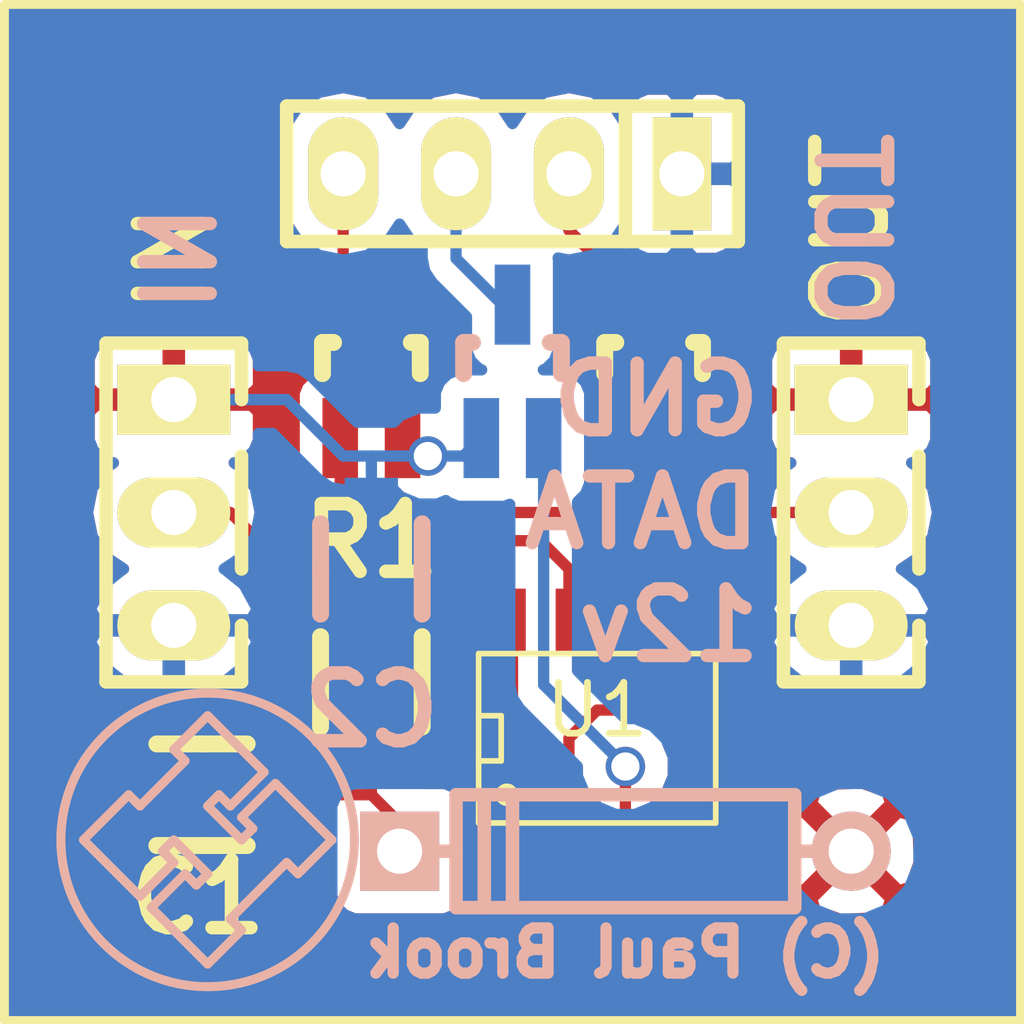
<source format=kicad_pcb>
(kicad_pcb (version 3) (host pcbnew "(22-Jun-2014 BZR 4027)-stable")

  (general
    (links 23)
    (no_connects 0)
    (area 21.098934 25.299999 48.360001 50.4444)
    (thickness 1.6)
    (drawings 12)
    (tracks 53)
    (zones 0)
    (modules 12)
    (nets 12)
  )

  (page A3)
  (layers
    (15 F.Cu signal)
    (0 B.Cu signal)
    (16 B.Adhes user)
    (17 F.Adhes user)
    (18 B.Paste user)
    (19 F.Paste user)
    (20 B.SilkS user)
    (21 F.SilkS user)
    (22 B.Mask user)
    (23 F.Mask user)
    (24 Dwgs.User user)
    (25 Cmts.User user)
    (26 Eco1.User user)
    (27 Eco2.User user)
    (28 Edge.Cuts user)
  )

  (setup
    (last_trace_width 0.254)
    (trace_clearance 0.254)
    (zone_clearance 0.508)
    (zone_45_only yes)
    (trace_min 0.254)
    (segment_width 0.2)
    (edge_width 0.1)
    (via_size 0.889)
    (via_drill 0.635)
    (via_min_size 0.889)
    (via_min_drill 0.508)
    (uvia_size 0.508)
    (uvia_drill 0.127)
    (uvias_allowed no)
    (uvia_min_size 0.508)
    (uvia_min_drill 0.127)
    (pcb_text_width 0.3)
    (pcb_text_size 1.5 1.5)
    (mod_edge_width 0.15)
    (mod_text_size 1 1)
    (mod_text_width 0.15)
    (pad_size 0.8001 1.80086)
    (pad_drill 0)
    (pad_to_mask_clearance 0)
    (aux_axis_origin 0 0)
    (visible_elements FFFFFFBF)
    (pcbplotparams
      (layerselection 15761409)
      (usegerberextensions true)
      (excludeedgelayer true)
      (linewidth 0.150000)
      (plotframeref false)
      (viasonmask false)
      (mode 1)
      (useauxorigin false)
      (hpglpennumber 1)
      (hpglpenspeed 20)
      (hpglpendiameter 15)
      (hpglpenoverlay 2)
      (psnegative false)
      (psa4output false)
      (plotreference true)
      (plotvalue true)
      (plotothertext true)
      (plotinvisibletext false)
      (padsonsilk false)
      (subtractmaskfromsilk true)
      (outputformat 1)
      (mirror false)
      (drillshape 0)
      (scaleselection 1)
      (outputdirectory gerber))
  )

  (net 0 "")
  (net 1 /12v)
  (net 2 /5v)
  (net 3 /B)
  (net 4 /Bl)
  (net 5 /DI)
  (net 6 /DO)
  (net 7 /G)
  (net 8 /GND)
  (net 9 /Gl)
  (net 10 /R)
  (net 11 /Rl)

  (net_class Default "This is the default net class."
    (clearance 0.254)
    (trace_width 0.254)
    (via_dia 0.889)
    (via_drill 0.635)
    (uvia_dia 0.508)
    (uvia_drill 0.127)
    (add_net "")
    (add_net /12v)
    (add_net /5v)
    (add_net /B)
    (add_net /Bl)
    (add_net /DI)
    (add_net /DO)
    (add_net /G)
    (add_net /GND)
    (add_net /Gl)
    (add_net /R)
    (add_net /Rl)
  )

  (module SIL-4 (layer F.Cu) (tedit 53CF35DE) (tstamp 538F01D0)
    (at 36.83 29.21 180)
    (descr "Connecteur 4 pibs")
    (tags "CONN DEV")
    (path /53CF1058)
    (fp_text reference P3 (at 0 -2.54 180) (layer F.SilkS) hide
      (effects (font (size 1.73482 1.08712) (thickness 0.27178)))
    )
    (fp_text value LED (at 0 -2.54 180) (layer F.SilkS) hide
      (effects (font (size 1.524 1.016) (thickness 0.3048)))
    )
    (fp_line (start -5.08 -1.27) (end -5.08 -1.27) (layer F.SilkS) (width 0.3048))
    (fp_line (start -5.08 1.524) (end -5.08 -1.524) (layer F.SilkS) (width 0.3048))
    (fp_line (start -5.08 -1.27) (end -5.08 -1.27) (layer F.SilkS) (width 0.3048))
    (fp_line (start -5.08 -1.524) (end 5.08 -1.524) (layer F.SilkS) (width 0.3048))
    (fp_line (start 5.08 -1.524) (end 5.08 1.524) (layer F.SilkS) (width 0.3048))
    (fp_line (start 5.08 1.524) (end -5.08 1.524) (layer F.SilkS) (width 0.3048))
    (fp_line (start -2.54 1.524) (end -2.54 -1.524) (layer F.SilkS) (width 0.3048))
    (pad 1 thru_hole rect (at -3.81 0 180) (size 1.3208 2.54) (drill 1.016)
      (layers *.Cu *.Mask F.SilkS)
      (net 1 /12v)
    )
    (pad 2 thru_hole oval (at -1.27 0 180) (size 1.5748 2.54) (drill 1.016)
      (layers *.Cu *.Mask F.SilkS)
      (net 11 /Rl)
    )
    (pad 3 thru_hole oval (at 1.27 0 180) (size 1.5748 2.54) (drill 1.016)
      (layers *.Cu *.Mask F.SilkS)
      (net 9 /Gl)
    )
    (pad 4 thru_hole oval (at 3.81 0 180) (size 1.5748 2.54) (drill 1.016)
      (layers *.Cu *.Mask F.SilkS)
      (net 4 /Bl)
    )
  )

  (module SO8E (layer F.Cu) (tedit 53E523E1) (tstamp 538EFFA1)
    (at 38.735 41.91)
    (descr "module CMS SOJ 8 pins etroit")
    (tags "CMS SOJ")
    (path /538EFD8B)
    (attr smd)
    (fp_text reference U1 (at 0 -0.635) (layer F.SilkS)
      (effects (font (size 1.143 1.143) (thickness 0.1524)))
    )
    (fp_text value ATTINY25-SS (at 0 1.016) (layer F.SilkS) hide
      (effects (font (size 0.889 0.889) (thickness 0.1524)))
    )
    (fp_circle (center -2.032 1.27) (end -1.905 1.27) (layer F.SilkS) (width 0.254))
    (fp_line (start -2.667 1.778) (end -2.667 1.905) (layer F.SilkS) (width 0.127))
    (fp_line (start -2.667 1.905) (end 2.667 1.905) (layer F.SilkS) (width 0.127))
    (fp_line (start 2.667 -1.905) (end -2.667 -1.905) (layer F.SilkS) (width 0.127))
    (fp_line (start -2.667 -1.905) (end -2.667 1.778) (layer F.SilkS) (width 0.127))
    (fp_line (start -2.667 -0.508) (end -2.159 -0.508) (layer F.SilkS) (width 0.127))
    (fp_line (start -2.159 -0.508) (end -2.159 0.508) (layer F.SilkS) (width 0.127))
    (fp_line (start -2.159 0.508) (end -2.667 0.508) (layer F.SilkS) (width 0.127))
    (fp_line (start 2.667 -1.905) (end 2.667 1.905) (layer F.SilkS) (width 0.127))
    (pad 8 smd rect (at -1.905 -2.667) (size 0.59944 1.39954)
      (layers F.Cu F.Paste F.Mask)
      (net 2 /5v)
    )
    (pad 1 smd rect (at -1.905 2.667) (size 0.59944 1.39954)
      (layers F.Cu F.Paste F.Mask)
    )
    (pad 7 smd rect (at -0.635 -2.667) (size 0.59944 1.39954)
      (layers F.Cu F.Paste F.Mask)
      (net 5 /DI)
    )
    (pad 6 smd rect (at 0.635 -2.667) (size 0.59944 1.39954)
      (layers F.Cu F.Paste F.Mask)
      (net 3 /B)
    )
    (pad 5 smd rect (at 1.905 -2.667) (size 0.59944 1.39954)
      (layers F.Cu F.Paste F.Mask)
      (net 10 /R)
    )
    (pad 2 smd rect (at -0.635 2.667) (size 0.59944 1.39954)
      (layers F.Cu F.Paste F.Mask)
      (net 6 /DO)
    )
    (pad 3 smd rect (at 0.635 2.667) (size 0.59944 1.39954)
      (layers F.Cu F.Paste F.Mask)
      (net 7 /G)
    )
    (pad 4 smd rect (at 1.905 2.667) (size 0.59944 1.39954)
      (layers F.Cu F.Paste F.Mask)
      (net 8 /GND)
    )
    (model smd/cms_so8.wrl
      (at (xyz 0 0 0))
      (scale (xyz 0.5 0.32 0.5))
      (rotate (xyz 0 0 0))
    )
  )

  (module D4 (layer B.Cu) (tedit 53CF34EC) (tstamp 53CF17E1)
    (at 39.37 44.45 180)
    (descr "Diode 4 pas")
    (tags "DIODE DEV")
    (path /53CF15D6)
    (fp_text reference D1 (at 0 0 180) (layer B.SilkS) hide
      (effects (font (size 1.27 1.016) (thickness 0.2032)) (justify mirror))
    )
    (fp_text value 5v1 (at 0 0 180) (layer B.SilkS) hide
      (effects (font (size 1.27 1.016) (thickness 0.2032)) (justify mirror))
    )
    (fp_line (start -3.81 1.27) (end 3.81 1.27) (layer B.SilkS) (width 0.3048))
    (fp_line (start 3.81 1.27) (end 3.81 -1.27) (layer B.SilkS) (width 0.3048))
    (fp_line (start 3.81 -1.27) (end -3.81 -1.27) (layer B.SilkS) (width 0.3048))
    (fp_line (start -3.81 -1.27) (end -3.81 1.27) (layer B.SilkS) (width 0.3048))
    (fp_line (start 3.175 1.27) (end 3.175 -1.27) (layer B.SilkS) (width 0.3048))
    (fp_line (start 2.54 -1.27) (end 2.54 1.27) (layer B.SilkS) (width 0.3048))
    (fp_line (start -3.81 0) (end -5.08 0) (layer B.SilkS) (width 0.3048))
    (fp_line (start 3.81 0) (end 5.08 0) (layer B.SilkS) (width 0.3048))
    (pad 1 thru_hole circle (at -5.08 0 180) (size 1.778 1.778) (drill 1.016)
      (layers *.Cu *.Mask B.SilkS)
      (net 8 /GND)
    )
    (pad 2 thru_hole rect (at 5.08 0 180) (size 1.778 1.778) (drill 1.016)
      (layers *.Cu *.Mask B.SilkS)
      (net 2 /5v)
    )
    (model discret/diode.wrl
      (at (xyz 0 0 0))
      (scale (xyz 0.4 0.4 0.4))
      (rotate (xyz 0 0 0))
    )
  )

  (module JST-3 (layer F.Cu) (tedit 53E189AF) (tstamp 538EFF48)
    (at 29.21 36.83 270)
    (descr "Connecteur 3 pins")
    (tags "CONN DEV")
    (path /53CF1049)
    (fp_text reference P1 (at 0 -2.54 270) (layer F.SilkS) hide
      (effects (font (size 1.7907 1.07696) (thickness 0.26924)))
    )
    (fp_text value IN (at 0 -2.54 270) (layer F.SilkS) hide
      (effects (font (size 1.524 1.016) (thickness 0.254)))
    )
    (fp_line (start 2.54 -1.524) (end 3.81 -1.524) (layer F.SilkS) (width 0.3048))
    (fp_line (start -1.27 -1.524) (end 1.27 -1.524) (layer F.SilkS) (width 0.3048))
    (fp_line (start -3.81 1.524) (end -3.81 -1.524) (layer F.SilkS) (width 0.3048))
    (fp_line (start -3.81 -1.524) (end -2.54 -1.524) (layer F.SilkS) (width 0.3048))
    (fp_line (start 3.81 -1.524) (end 3.81 1.524) (layer F.SilkS) (width 0.3048))
    (fp_line (start 3.81 1.524) (end -3.81 1.524) (layer F.SilkS) (width 0.3048))
    (pad 1 thru_hole rect (at -2.54 0 270) (size 1.5748 2.54) (drill 1.016)
      (layers *.Cu *.Mask F.SilkS)
      (net 8 /GND)
    )
    (pad 2 thru_hole oval (at 0 0 270) (size 1.5748 2.54) (drill 1.016)
      (layers *.Cu *.Mask F.SilkS)
      (net 5 /DI)
    )
    (pad 3 thru_hole oval (at 2.54 0 270) (size 1.5748 2.54) (drill 1.016)
      (layers *.Cu *.Mask F.SilkS)
      (net 1 /12v)
    )
  )

  (module JST-3 (layer F.Cu) (tedit 53E189AF) (tstamp 538F01C8)
    (at 44.45 36.83 270)
    (descr "Connecteur 3 pins")
    (tags "CONN DEV")
    (path /53CF103A)
    (fp_text reference P2 (at 0 -2.54 270) (layer F.SilkS) hide
      (effects (font (size 1.7907 1.07696) (thickness 0.26924)))
    )
    (fp_text value OUT (at 0 -2.54 270) (layer F.SilkS) hide
      (effects (font (size 1.524 1.016) (thickness 0.254)))
    )
    (fp_line (start 2.54 -1.524) (end 3.81 -1.524) (layer F.SilkS) (width 0.3048))
    (fp_line (start -1.27 -1.524) (end 1.27 -1.524) (layer F.SilkS) (width 0.3048))
    (fp_line (start -3.81 1.524) (end -3.81 -1.524) (layer F.SilkS) (width 0.3048))
    (fp_line (start -3.81 -1.524) (end -2.54 -1.524) (layer F.SilkS) (width 0.3048))
    (fp_line (start 3.81 -1.524) (end 3.81 1.524) (layer F.SilkS) (width 0.3048))
    (fp_line (start 3.81 1.524) (end -3.81 1.524) (layer F.SilkS) (width 0.3048))
    (pad 1 thru_hole rect (at -2.54 0 270) (size 1.5748 2.54) (drill 1.016)
      (layers *.Cu *.Mask F.SilkS)
      (net 8 /GND)
    )
    (pad 2 thru_hole oval (at 0 0 270) (size 1.5748 2.54) (drill 1.016)
      (layers *.Cu *.Mask F.SilkS)
      (net 6 /DO)
    )
    (pad 3 thru_hole oval (at 2.54 0 270) (size 1.5748 2.54) (drill 1.016)
      (layers *.Cu *.Mask F.SilkS)
      (net 1 /12v)
    )
  )

  (module LOGO_SMALL (layer B.Cu) (tedit 53E18B60) (tstamp 53E18CCE)
    (at 29.972 44.196)
    (fp_text reference LOGO_SMALL (at 0 5.08) (layer B.SilkS) hide
      (effects (font (size 1.524 1.524) (thickness 0.3048)) (justify mirror))
    )
    (fp_text value VAL** (at 0 5.08) (layer B.SilkS) hide
      (effects (font (size 1.524 1.524) (thickness 0.3048)) (justify mirror))
    )
    (fp_line (start 0.762 0) (end 0 -0.762) (layer B.SilkS) (width 0.2032))
    (fp_circle (center 0 0) (end 0 -3.302) (layer B.SilkS) (width 0.2032))
    (fp_line (start 1.778 0.508) (end 0.508 1.778) (layer B.SilkS) (width 0.2032))
    (fp_line (start 0.508 1.778) (end 0.762 2.032) (layer B.SilkS) (width 0.2032))
    (fp_line (start 0.762 2.032) (end 0 2.794) (layer B.SilkS) (width 0.2032))
    (fp_line (start 0 2.794) (end -1.27 1.524) (layer B.SilkS) (width 0.2032))
    (fp_line (start -1.27 1.524) (end -0.508 0.762) (layer B.SilkS) (width 0.2032))
    (fp_line (start -0.508 0.762) (end -0.254 1.016) (layer B.SilkS) (width 0.2032))
    (fp_line (start -0.254 1.016) (end 0 0.762) (layer B.SilkS) (width 0.2032))
    (fp_line (start 0 0.762) (end -0.762 0) (layer B.SilkS) (width 0.2032))
    (fp_line (start -0.762 0) (end -1.016 0.254) (layer B.SilkS) (width 0.2032))
    (fp_line (start -1.016 0.254) (end -0.762 0.508) (layer B.SilkS) (width 0.2032))
    (fp_line (start -0.762 0.508) (end -1.524 1.27) (layer B.SilkS) (width 0.2032))
    (fp_line (start -1.524 1.27) (end -2.794 0) (layer B.SilkS) (width 0.2032))
    (fp_line (start -2.794 0) (end -1.778 -1.016) (layer B.SilkS) (width 0.2032))
    (fp_line (start -1.778 -1.016) (end -1.524 -0.762) (layer B.SilkS) (width 0.2032))
    (fp_line (start -1.524 -0.762) (end -0.508 -1.778) (layer B.SilkS) (width 0.2032))
    (fp_line (start -0.508 -1.778) (end -0.762 -2.032) (layer B.SilkS) (width 0.2032))
    (fp_line (start -0.762 -2.032) (end 0 -2.794) (layer B.SilkS) (width 0.2032))
    (fp_line (start 0 -2.794) (end 1.27 -1.524) (layer B.SilkS) (width 0.2032))
    (fp_line (start 1.27 -1.524) (end 0.508 -0.762) (layer B.SilkS) (width 0.2032))
    (fp_line (start 0.508 -0.762) (end 0.254 -1.016) (layer B.SilkS) (width 0.2032))
    (fp_line (start 0.254 -1.016) (end 0 -0.762) (layer B.SilkS) (width 0.2032))
    (fp_line (start 0.762 0) (end 1.016 -0.254) (layer B.SilkS) (width 0.2032))
    (fp_line (start 1.016 -0.254) (end 0.762 -0.508) (layer B.SilkS) (width 0.2032))
    (fp_line (start 0.762 -0.508) (end 1.524 -1.27) (layer B.SilkS) (width 0.2032))
    (fp_line (start 1.524 -1.27) (end 2.794 0) (layer B.SilkS) (width 0.2032))
    (fp_line (start 2.794 0) (end 2.032 0.762) (layer B.SilkS) (width 0.2032))
    (fp_line (start 2.032 0.762) (end 1.778 0.508) (layer B.SilkS) (width 0.2032))
  )

  (module Capacitor_SMD0805_HandSoldering_RevA_Date21Jun2010 (layer B.Cu) (tedit 53E522EA) (tstamp 53E52543)
    (at 33.655 38.1 90)
    (descr "Capacitor, SMD, 0805, Hand soldering,")
    (tags "Capacitor, SMD, 0805, Hand soldering,")
    (path /53E51CF2)
    (fp_text reference C2 (at -3.175 0 180) (layer B.SilkS)
      (effects (font (size 1.524 1.524) (thickness 0.3048)) (justify mirror))
    )
    (fp_text value 10u (at 0.20066 -2.60096 90) (layer B.SilkS) hide
      (effects (font (size 1.524 1.524) (thickness 0.3048)) (justify mirror))
    )
    (fp_line (start 0 1.143) (end -1.016 1.143) (layer B.SilkS) (width 0.381))
    (fp_line (start 0 1.143) (end 1.016 1.143) (layer B.SilkS) (width 0.381))
    (fp_line (start 0 -1.143) (end -1.016 -1.143) (layer B.SilkS) (width 0.381))
    (fp_line (start 0 -1.143) (end 1.016 -1.143) (layer B.SilkS) (width 0.381))
    (pad 1 smd rect (at -1.30048 0 90) (size 1.50114 1.19888)
      (layers B.Cu B.Paste B.Mask)
      (net 1 /12v)
    )
    (pad 2 smd rect (at 1.30048 0 90) (size 1.50114 1.19888)
      (layers B.Cu B.Paste B.Mask)
      (net 8 /GND)
    )
  )

  (module Capacitor_SMD0805_HandSoldering_RevA_Date21Jun2010 (layer F.Cu) (tedit 53E5213E) (tstamp 53CF17D1)
    (at 29.845 43.18 180)
    (descr "Capacitor, SMD, 0805, Hand soldering,")
    (tags "Capacitor, SMD, 0805, Hand soldering,")
    (path /53CF172E)
    (fp_text reference C1 (at 0.09906 -2.30124 180) (layer F.SilkS)
      (effects (font (size 1.524 1.524) (thickness 0.3048)))
    )
    (fp_text value 100n (at 0.20066 2.60096 180) (layer F.SilkS) hide
      (effects (font (size 1.524 1.524) (thickness 0.3048)))
    )
    (fp_line (start 0 -1.143) (end -1.016 -1.143) (layer F.SilkS) (width 0.381))
    (fp_line (start 0 -1.143) (end 1.016 -1.143) (layer F.SilkS) (width 0.381))
    (fp_line (start 0 1.143) (end -1.016 1.143) (layer F.SilkS) (width 0.381))
    (fp_line (start 0 1.143) (end 1.016 1.143) (layer F.SilkS) (width 0.381))
    (pad 1 smd rect (at -1.30048 0 180) (size 1.50114 1.19888)
      (layers F.Cu F.Paste F.Mask)
      (net 2 /5v)
    )
    (pad 2 smd rect (at 1.30048 0 180) (size 1.50114 1.19888)
      (layers F.Cu F.Paste F.Mask)
      (net 8 /GND)
    )
  )

  (module Resistor_SMD0805_HandSoldering_RevA_Date21Jun2010 (layer F.Cu) (tedit 53E522A2) (tstamp 53CF17C4)
    (at 33.655 40.64 270)
    (descr "Resistor, SMD, 0805, Hand soldering,")
    (tags "Resistor, SMD, 0805, Hand soldering,")
    (path /53CF15E5)
    (attr smd)
    (fp_text reference R1 (at -3.175 0 360) (layer F.SilkS)
      (effects (font (size 1.524 1.524) (thickness 0.3048)))
    )
    (fp_text value 4k7 (at 0.20066 2.60096 270) (layer F.SilkS) hide
      (effects (font (size 1.524 1.524) (thickness 0.3048)))
    )
    (fp_line (start 0 -1.143) (end -1.016 -1.143) (layer F.SilkS) (width 0.381))
    (fp_line (start 0 -1.143) (end 1.016 -1.143) (layer F.SilkS) (width 0.381))
    (fp_line (start 0 1.143) (end -1.016 1.143) (layer F.SilkS) (width 0.381))
    (fp_line (start 0 1.143) (end 1.016 1.143) (layer F.SilkS) (width 0.381))
    (pad 1 smd rect (at -1.30048 0 270) (size 1.50114 1.19888)
      (layers F.Cu F.Paste F.Mask)
      (net 1 /12v)
    )
    (pad 2 smd rect (at 1.30048 0 270) (size 1.50114 1.19888)
      (layers F.Cu F.Paste F.Mask)
      (net 2 /5v)
    )
  )

  (module SOT23_Transistor_Handsoldering_GDS (layer F.Cu) (tedit 53E5211F) (tstamp 538F012E)
    (at 33.655 33.655)
    (descr "SOT23,  Transistor, Handsoldering,")
    (tags "SOT23,  Transistor, Handsoldering,")
    (path /538F0068)
    (attr smd)
    (fp_text reference Q3 (at 0 -3.81) (layer F.SilkS) hide
      (effects (font (size 1.524 1.524) (thickness 0.3048)))
    )
    (fp_text value MOSFET_N (at 0 3.81) (layer F.SilkS) hide
      (effects (font (size 1.524 1.524) (thickness 0.3048)))
    )
    (fp_line (start -1.09982 0.0508) (end -1.09982 -0.65024) (layer F.SilkS) (width 0.381))
    (fp_line (start -1.09982 -0.65024) (end -0.8509 -0.65024) (layer F.SilkS) (width 0.381))
    (fp_line (start 0.89916 -0.65024) (end 1.09982 -0.65024) (layer F.SilkS) (width 0.381))
    (fp_line (start 1.09982 -0.65024) (end 1.09982 0.0508) (layer F.SilkS) (width 0.381))
    (pad G smd rect (at -0.70104 1.50114) (size 0.8001 1.80086)
      (layers F.Cu F.Paste F.Mask)
      (net 3 /B)
    )
    (pad S smd rect (at 0.70104 1.50114) (size 0.8001 1.80086)
      (layers F.Cu F.Paste F.Mask)
      (net 8 /GND)
    )
    (pad D smd rect (at 0 -1.50114) (size 0.8001 1.80086)
      (layers F.Cu F.Paste F.Mask)
      (net 4 /Bl)
    )
  )

  (module SOT23_Transistor_Handsoldering_GDS (layer B.Cu) (tedit 53E5212D) (tstamp 538F0123)
    (at 36.83 33.655 180)
    (descr "SOT23,  Transistor, Handsoldering,")
    (tags "SOT23,  Transistor, Handsoldering,")
    (path /538F0059)
    (attr smd)
    (fp_text reference Q2 (at 0 3.81 180) (layer B.SilkS) hide
      (effects (font (size 1.524 1.524) (thickness 0.3048)) (justify mirror))
    )
    (fp_text value MOSFET_N (at 0 -3.81 180) (layer B.SilkS) hide
      (effects (font (size 1.524 1.524) (thickness 0.3048)) (justify mirror))
    )
    (fp_line (start -1.09982 -0.0508) (end -1.09982 0.65024) (layer B.SilkS) (width 0.381))
    (fp_line (start -1.09982 0.65024) (end -0.8509 0.65024) (layer B.SilkS) (width 0.381))
    (fp_line (start 0.89916 0.65024) (end 1.09982 0.65024) (layer B.SilkS) (width 0.381))
    (fp_line (start 1.09982 0.65024) (end 1.09982 -0.0508) (layer B.SilkS) (width 0.381))
    (pad G smd rect (at -0.70104 -1.50114 180) (size 0.8001 1.80086)
      (layers B.Cu B.Paste B.Mask)
      (net 7 /G)
    )
    (pad S smd rect (at 0.70104 -1.50114 180) (size 0.8001 1.80086)
      (layers B.Cu B.Paste B.Mask)
      (net 8 /GND)
    )
    (pad D smd rect (at 0 1.50114 180) (size 0.8001 1.80086)
      (layers B.Cu B.Paste B.Mask)
      (net 9 /Gl)
    )
  )

  (module SOT23_Transistor_Handsoldering_GDS (layer F.Cu) (tedit 53E52132) (tstamp 538F0118)
    (at 40.005 33.655)
    (descr "SOT23,  Transistor, Handsoldering,")
    (tags "SOT23,  Transistor, Handsoldering,")
    (path /538F004A)
    (attr smd)
    (fp_text reference Q1 (at 0 -3.81) (layer F.SilkS) hide
      (effects (font (size 1.524 1.524) (thickness 0.3048)))
    )
    (fp_text value MOSFET_N (at 0 3.81) (layer F.SilkS) hide
      (effects (font (size 1.524 1.524) (thickness 0.3048)))
    )
    (fp_line (start -1.09982 0.0508) (end -1.09982 -0.65024) (layer F.SilkS) (width 0.381))
    (fp_line (start -1.09982 -0.65024) (end -0.8509 -0.65024) (layer F.SilkS) (width 0.381))
    (fp_line (start 0.89916 -0.65024) (end 1.09982 -0.65024) (layer F.SilkS) (width 0.381))
    (fp_line (start 1.09982 -0.65024) (end 1.09982 0.0508) (layer F.SilkS) (width 0.381))
    (pad G smd rect (at -0.70104 1.50114) (size 0.8001 1.80086)
      (layers F.Cu F.Paste F.Mask)
      (net 10 /R)
    )
    (pad S smd rect (at 0.70104 1.50114) (size 0.8001 1.80086)
      (layers F.Cu F.Paste F.Mask)
      (net 8 /GND)
    )
    (pad D smd rect (at 0 -1.50114) (size 0.8001 1.80086)
      (layers F.Cu F.Paste F.Mask)
      (net 11 /Rl)
    )
  )

  (gr_text "(C) Paul Brook" (at 39.37 46.736) (layer B.SilkS)
    (effects (font (size 1.016 1.016) (thickness 0.254)) (justify mirror))
  )
  (gr_text IN (at 29.21 31.115 270) (layer B.SilkS)
    (effects (font (size 1.5 1.5) (thickness 0.3)) (justify mirror))
  )
  (gr_text IN (at 29.21 31.115 90) (layer F.SilkS)
    (effects (font (size 1.5 1.5) (thickness 0.3)))
  )
  (gr_text OUT (at 44.45 30.48 270) (layer B.SilkS)
    (effects (font (size 1.5 1.5) (thickness 0.3)) (justify mirror))
  )
  (gr_text OUT (at 44.45 30.48 90) (layer F.SilkS)
    (effects (font (size 1.5 1.5) (thickness 0.3)))
  )
  (gr_text 12v (at 42.545 39.37) (layer B.SilkS)
    (effects (font (size 1.5 1.5) (thickness 0.3)) (justify left mirror))
  )
  (gr_text DATA (at 42.545 36.83) (layer B.SilkS)
    (effects (font (size 1.5 1.5) (thickness 0.3)) (justify left mirror))
  )
  (gr_text GND (at 42.545 34.29) (layer B.SilkS)
    (effects (font (size 1.5 1.5) (thickness 0.3)) (justify left mirror))
  )
  (gr_line (start 25.4 48.26) (end 25.4 25.4) (angle 90) (layer F.SilkS) (width 0.2))
  (gr_line (start 48.26 48.26) (end 25.4 48.26) (angle 90) (layer F.SilkS) (width 0.2))
  (gr_line (start 48.26 25.4) (end 48.26 48.26) (angle 90) (layer F.SilkS) (width 0.2))
  (gr_line (start 25.4 25.4) (end 48.26 25.4) (angle 90) (layer F.SilkS) (width 0.2))

  (segment (start 29.21 39.37) (end 33.3375 39.37) (width 0.254) (layer F.Cu) (net 1))
  (segment (start 33.3375 39.37) (end 33.655 39.0525) (width 0.254) (layer F.Cu) (net 1) (tstamp 53CF8089))
  (segment (start 33.655 43.18) (end 31.14548 43.18) (width 0.254) (layer F.Cu) (net 2))
  (segment (start 34.29 44.45) (end 34.29 43.815) (width 0.254) (layer F.Cu) (net 2))
  (segment (start 33.655 43.18) (end 33.655 41.94048) (width 0.254) (layer F.Cu) (net 2) (tstamp 53E69A24))
  (segment (start 34.29 43.815) (end 33.655 43.18) (width 0.254) (layer F.Cu) (net 2) (tstamp 53E69A23))
  (segment (start 36.83 39.243) (end 36.83 41.275) (width 0.254) (layer F.Cu) (net 2))
  (segment (start 36.16452 41.94048) (end 33.655 41.94048) (width 0.254) (layer F.Cu) (net 2) (tstamp 53E69A1D))
  (segment (start 36.83 41.275) (end 36.16452 41.94048) (width 0.254) (layer F.Cu) (net 2) (tstamp 53E69A1C))
  (segment (start 32.95396 35.15614) (end 32.95396 36.12896) (width 0.254) (layer F.Cu) (net 3))
  (segment (start 39.37 38.1) (end 39.37 39.243) (width 0.254) (layer F.Cu) (net 3))
  (segment (start 39.37 37.465) (end 38.735 36.83) (width 0.254) (layer F.Cu) (net 3) (tstamp 53CF804E))
  (segment (start 39.37 38.1) (end 39.37 37.465) (width 0.254) (layer F.Cu) (net 3))
  (segment (start 33.655 36.83) (end 38.735 36.83) (width 0.254) (layer F.Cu) (net 3) (tstamp 53E6FF1E))
  (segment (start 32.95396 36.12896) (end 33.655 36.83) (width 0.254) (layer F.Cu) (net 3) (tstamp 53E6FF1D))
  (segment (start 33.655 32.639) (end 33.655 31.75) (width 0.254) (layer F.Cu) (net 4))
  (segment (start 33.02 31.115) (end 33.02 29.21) (width 0.254) (layer F.Cu) (net 4) (tstamp 53CF800A))
  (segment (start 33.655 31.75) (end 33.02 31.115) (width 0.254) (layer F.Cu) (net 4) (tstamp 53CF8009))
  (segment (start 38.1 39.243) (end 38.1 38.1) (width 0.254) (layer F.Cu) (net 5))
  (segment (start 30.48 36.83) (end 29.21 36.83) (width 0.254) (layer F.Cu) (net 5) (tstamp 53CF805A))
  (segment (start 31.115 37.465) (end 30.48 36.83) (width 0.254) (layer F.Cu) (net 5) (tstamp 53CF8059))
  (segment (start 37.465 37.465) (end 31.115 37.465) (width 0.254) (layer F.Cu) (net 5) (tstamp 53CF8058))
  (segment (start 38.1 38.1) (end 37.465 37.465) (width 0.254) (layer F.Cu) (net 5) (tstamp 53CF8057))
  (segment (start 38.1 44.577) (end 38.1 41.91) (width 0.254) (layer F.Cu) (net 6))
  (segment (start 42.545 36.83) (end 44.45 36.83) (width 0.254) (layer F.Cu) (net 6) (tstamp 53CF7FA9))
  (segment (start 41.91 37.465) (end 42.545 36.83) (width 0.254) (layer F.Cu) (net 6) (tstamp 53CF7FA8))
  (segment (start 41.91 40.64) (end 41.91 37.465) (width 0.254) (layer F.Cu) (net 6) (tstamp 53CF7FA7))
  (segment (start 41.275 41.275) (end 41.91 40.64) (width 0.254) (layer F.Cu) (net 6) (tstamp 53CF7FA6))
  (segment (start 38.735 41.275) (end 41.275 41.275) (width 0.254) (layer F.Cu) (net 6) (tstamp 53CF7FA5))
  (segment (start 38.1 41.91) (end 38.735 41.275) (width 0.254) (layer F.Cu) (net 6) (tstamp 53CF7FA4))
  (segment (start 37.53104 35.15614) (end 37.53104 40.70604) (width 0.254) (layer B.Cu) (net 7))
  (segment (start 37.53104 40.70604) (end 39.37 42.545) (width 0.254) (layer B.Cu) (net 7) (tstamp 53E6FF12))
  (segment (start 39.37 44.577) (end 39.37 42.545) (width 0.254) (layer F.Cu) (net 7))
  (via (at 39.37 42.545) (size 0.889) (layers F.Cu B.Cu) (net 7))
  (segment (start 33.655 36.79952) (end 33.655 35.56) (width 0.254) (layer B.Cu) (net 8) (status 400000))
  (segment (start 34.925 35.56) (end 35.7251 35.56) (width 0.254) (layer B.Cu) (net 8))
  (segment (start 35.7251 35.56) (end 36.12896 35.15614) (width 0.254) (layer B.Cu) (net 8) (tstamp 53E6FF2A))
  (segment (start 34.35604 35.15614) (end 34.52114 35.15614) (width 0.254) (layer F.Cu) (net 8))
  (segment (start 33.02 35.56) (end 31.75 34.29) (width 0.254) (layer B.Cu) (net 8) (tstamp 53CF802F))
  (segment (start 31.75 34.29) (end 29.21 34.29) (width 0.254) (layer B.Cu) (net 8) (tstamp 53CF8031))
  (segment (start 34.925 35.56) (end 33.655 35.56) (width 0.254) (layer B.Cu) (net 8) (tstamp 53E6FF26))
  (segment (start 33.655 35.56) (end 33.02 35.56) (width 0.254) (layer B.Cu) (net 8) (tstamp 53E700B5))
  (via (at 34.925 35.56) (size 0.889) (layers F.Cu B.Cu) (net 8))
  (segment (start 34.52114 35.15614) (end 34.925 35.56) (width 0.254) (layer F.Cu) (net 8) (tstamp 53E6FF24))
  (segment (start 36.83 32.639) (end 36.83 32.385) (width 0.254) (layer B.Cu) (net 9))
  (segment (start 35.56 31.115) (end 35.56 29.21) (width 0.254) (layer B.Cu) (net 9) (tstamp 53CF800E))
  (segment (start 36.83 32.385) (end 35.56 31.115) (width 0.254) (layer B.Cu) (net 9) (tstamp 53CF800D))
  (segment (start 39.30396 35.15614) (end 39.30396 36.12896) (width 0.254) (layer F.Cu) (net 10))
  (segment (start 40.64 37.465) (end 40.64 39.243) (width 0.254) (layer F.Cu) (net 10) (tstamp 53E6FF30))
  (segment (start 39.30396 36.12896) (end 40.64 37.465) (width 0.254) (layer F.Cu) (net 10) (tstamp 53E6FF2F))
  (segment (start 40.005 32.639) (end 40.005 32.385) (width 0.254) (layer F.Cu) (net 11))
  (segment (start 38.1 30.48) (end 38.1 29.21) (width 0.254) (layer F.Cu) (net 11) (tstamp 53CF8013))
  (segment (start 40.005 32.385) (end 38.1 30.48) (width 0.254) (layer F.Cu) (net 11) (tstamp 53CF8012))

  (zone (net 8) (net_name /GND) (layer F.Cu) (tstamp 53E18270) (hatch edge 0.508)
    (connect_pads (clearance 0.508))
    (min_thickness 0.254)
    (fill (arc_segments 16) (thermal_gap 0.508) (thermal_bridge_width 0.508))
    (polygon
      (pts
        (xy 25.4 25.4) (xy 48.26 25.4) (xy 48.26 48.26) (xy 25.4 48.26)
      )
    )
    (filled_polygon
      (pts
        (xy 48.133 48.133) (xy 46.392321 48.133) (xy 46.392321 39.37) (xy 46.284047 38.825671) (xy 45.97571 38.364211)
        (xy 45.580289 38.1) (xy 45.97571 37.835789) (xy 46.284047 37.374329) (xy 46.392321 36.83) (xy 46.284047 36.285671)
        (xy 45.97571 35.824211) (xy 45.808257 35.712322) (xy 45.846864 35.712289) (xy 46.080168 35.615413) (xy 46.258641 35.436629)
        (xy 46.35511 35.203155) (xy 46.35511 33.376845) (xy 46.258641 33.143371) (xy 46.080168 32.964587) (xy 45.846864 32.867711)
        (xy 45.594245 32.86749) (xy 44.73575 32.8676) (xy 44.577 33.02635) (xy 44.577 34.163) (xy 46.19625 34.163)
        (xy 46.355 34.00425) (xy 46.35511 33.376845) (xy 46.35511 35.203155) (xy 46.355 34.57575) (xy 46.19625 34.417)
        (xy 44.577 34.417) (xy 44.577 34.437) (xy 44.323 34.437) (xy 44.323 34.417) (xy 44.323 34.163)
        (xy 44.323 33.02635) (xy 44.16425 32.8676) (xy 43.305755 32.86749) (xy 43.053136 32.867711) (xy 42.819832 32.964587)
        (xy 42.641359 33.143371) (xy 42.54489 33.376845) (xy 42.545 34.00425) (xy 42.70375 34.163) (xy 44.323 34.163)
        (xy 44.323 34.417) (xy 42.70375 34.417) (xy 42.545 34.57575) (xy 42.54489 35.203155) (xy 42.641359 35.436629)
        (xy 42.819832 35.615413) (xy 43.053136 35.712289) (xy 43.091742 35.712322) (xy 42.92429 35.824211) (xy 42.761395 36.068)
        (xy 42.545 36.068) (xy 42.253395 36.126004) (xy 42.006184 36.291185) (xy 41.7412 36.556169) (xy 41.371185 36.926185)
        (xy 41.275 37.070135) (xy 41.178815 36.926185) (xy 41.178815 36.926184) (xy 40.833042 36.580411) (xy 40.833042 36.532822)
        (xy 40.99179 36.69157) (xy 41.231845 36.69168) (xy 41.465319 36.595211) (xy 41.644103 36.416738) (xy 41.740979 36.183434)
        (xy 41.7412 35.930815) (xy 41.7412 34.381465) (xy 41.740979 34.128846) (xy 41.644103 33.895542) (xy 41.465319 33.717069)
        (xy 41.231845 33.6206) (xy 40.99179 33.62071) (xy 40.83304 33.77946) (xy 40.83304 35.02914) (xy 41.58234 35.02914)
        (xy 41.74109 34.87039) (xy 41.7412 34.381465) (xy 41.7412 35.930815) (xy 41.74109 35.44189) (xy 41.58234 35.28314)
        (xy 40.83304 35.28314) (xy 40.83304 35.30314) (xy 40.57904 35.30314) (xy 40.57904 35.28314) (xy 40.55904 35.28314)
        (xy 40.55904 35.02914) (xy 40.57904 35.02914) (xy 40.57904 33.77946) (xy 40.48898 33.6894) (xy 40.530805 33.6894)
        (xy 40.764279 33.592931) (xy 40.943063 33.414458) (xy 41.039939 33.181154) (xy 41.04016 32.928535) (xy 41.04016 31.127675)
        (xy 41.034968 31.11511) (xy 41.426155 31.11511) (xy 41.659629 31.018641) (xy 41.838413 30.840168) (xy 41.935289 30.606864)
        (xy 41.93551 30.354245) (xy 41.93551 27.814245) (xy 41.839041 27.580771) (xy 41.660568 27.401987) (xy 41.427264 27.305111)
        (xy 41.174645 27.30489) (xy 39.853845 27.30489) (xy 39.620371 27.401359) (xy 39.441587 27.579832) (xy 39.344711 27.813136)
        (xy 39.344511 28.041563) (xy 39.105789 27.68429) (xy 38.644329 27.375953) (xy 38.1 27.267679) (xy 37.555671 27.375953)
        (xy 37.094211 27.68429) (xy 36.83 28.07971) (xy 36.565789 27.68429) (xy 36.104329 27.375953) (xy 35.56 27.267679)
        (xy 35.015671 27.375953) (xy 34.554211 27.68429) (xy 34.29 28.07971) (xy 34.025789 27.68429) (xy 33.564329 27.375953)
        (xy 33.02 27.267679) (xy 32.475671 27.375953) (xy 32.014211 27.68429) (xy 31.705874 28.14575) (xy 31.5976 28.690079)
        (xy 31.5976 29.729921) (xy 31.705874 30.27425) (xy 32.014211 30.73571) (xy 32.258 30.898604) (xy 32.258 31.115)
        (xy 32.316004 31.406605) (xy 32.481185 31.653815) (xy 32.61984 31.79247) (xy 32.61984 33.180045) (xy 32.716309 33.413519)
        (xy 32.893 33.590517) (xy 32.893 33.6206) (xy 32.428155 33.6206) (xy 32.194681 33.717069) (xy 32.015897 33.895542)
        (xy 31.919021 34.128846) (xy 31.9188 34.381465) (xy 31.9188 36.182325) (xy 32.015269 36.415799) (xy 32.193742 36.594583)
        (xy 32.427046 36.691459) (xy 32.438839 36.691469) (xy 32.450369 36.703) (xy 31.43063 36.703) (xy 31.051681 36.324051)
        (xy 31.044047 36.285671) (xy 30.73571 35.824211) (xy 30.568257 35.712322) (xy 30.606864 35.712289) (xy 30.840168 35.615413)
        (xy 31.018641 35.436629) (xy 31.11511 35.203155) (xy 31.11511 33.376845) (xy 31.018641 33.143371) (xy 30.840168 32.964587)
        (xy 30.606864 32.867711) (xy 30.354245 32.86749) (xy 29.49575 32.8676) (xy 29.337 33.02635) (xy 29.337 34.163)
        (xy 30.95625 34.163) (xy 31.115 34.00425) (xy 31.11511 33.376845) (xy 31.11511 35.203155) (xy 31.115 34.57575)
        (xy 30.95625 34.417) (xy 29.337 34.417) (xy 29.337 34.437) (xy 29.083 34.437) (xy 29.083 34.417)
        (xy 29.083 34.163) (xy 29.083 33.02635) (xy 28.92425 32.8676) (xy 28.065755 32.86749) (xy 27.813136 32.867711)
        (xy 27.579832 32.964587) (xy 27.401359 33.143371) (xy 27.30489 33.376845) (xy 27.305 34.00425) (xy 27.46375 34.163)
        (xy 29.083 34.163) (xy 29.083 34.417) (xy 27.46375 34.417) (xy 27.305 34.57575) (xy 27.30489 35.203155)
        (xy 27.401359 35.436629) (xy 27.579832 35.615413) (xy 27.813136 35.712289) (xy 27.851742 35.712322) (xy 27.68429 35.824211)
        (xy 27.375953 36.285671) (xy 27.267679 36.83) (xy 27.375953 37.374329) (xy 27.68429 37.835789) (xy 28.07971 38.1)
        (xy 27.68429 38.364211) (xy 27.375953 38.825671) (xy 27.267679 39.37) (xy 27.375953 39.914329) (xy 27.68429 40.375789)
        (xy 28.14575 40.684126) (xy 28.690079 40.7924) (xy 29.729921 40.7924) (xy 30.27425 40.684126) (xy 30.73571 40.375789)
        (xy 30.898604 40.132) (xy 32.42045 40.132) (xy 32.42045 40.215845) (xy 32.516919 40.449319) (xy 32.695392 40.628103)
        (xy 32.723824 40.639909) (xy 32.696331 40.651269) (xy 32.517547 40.829742) (xy 32.420671 41.063046) (xy 32.42045 41.315665)
        (xy 32.42045 42.207065) (xy 32.256218 42.042547) (xy 32.022914 41.945671) (xy 31.770295 41.94545) (xy 30.269155 41.94545)
        (xy 30.035681 42.041919) (xy 29.856897 42.220392) (xy 29.845 42.249043) (xy 29.833103 42.220392) (xy 29.654319 42.041919)
        (xy 29.420845 41.94545) (xy 28.83027 41.94556) (xy 28.67152 42.10431) (xy 28.67152 43.053) (xy 28.69152 43.053)
        (xy 28.69152 43.307) (xy 28.67152 43.307) (xy 28.67152 44.25569) (xy 28.83027 44.41444) (xy 29.420845 44.41455)
        (xy 29.654319 44.318081) (xy 29.833103 44.139608) (xy 29.844909 44.111175) (xy 29.856269 44.138669) (xy 30.034742 44.317453)
        (xy 30.268046 44.414329) (xy 30.520665 44.41455) (xy 32.021805 44.41455) (xy 32.255279 44.318081) (xy 32.434063 44.139608)
        (xy 32.516116 43.942) (xy 32.76589 43.942) (xy 32.76589 45.464755) (xy 32.862359 45.698229) (xy 33.040832 45.877013)
        (xy 33.274136 45.973889) (xy 33.526755 45.97411) (xy 35.304755 45.97411) (xy 35.538229 45.877641) (xy 35.717013 45.699168)
        (xy 35.813889 45.465864) (xy 35.81411 45.213245) (xy 35.81411 43.435245) (xy 35.717641 43.201771) (xy 35.539168 43.022987)
        (xy 35.305864 42.926111) (xy 35.053245 42.92589) (xy 34.844493 42.92589) (xy 34.889329 42.817914) (xy 34.889429 42.70248)
        (xy 36.16452 42.70248) (xy 36.16452 42.702479) (xy 36.456124 42.644476) (xy 36.456125 42.644476) (xy 36.703335 42.479295)
        (xy 37.354231 41.828399) (xy 37.338 41.91) (xy 37.338 43.276147) (xy 37.256584 43.242341) (xy 37.003965 43.24212)
        (xy 36.404525 43.24212) (xy 36.171051 43.338589) (xy 35.992267 43.517062) (xy 35.895391 43.750366) (xy 35.89517 44.002985)
        (xy 35.89517 45.402525) (xy 35.991639 45.635999) (xy 36.170112 45.814783) (xy 36.403416 45.911659) (xy 36.656035 45.91188)
        (xy 37.255475 45.91188) (xy 37.465228 45.825212) (xy 37.673416 45.911659) (xy 37.926035 45.91188) (xy 38.525475 45.91188)
        (xy 38.735228 45.825212) (xy 38.943416 45.911659) (xy 39.196035 45.91188) (xy 39.795475 45.91188) (xy 40.005 45.825306)
        (xy 40.214525 45.91188) (xy 40.35425 45.91177) (xy 40.513 45.75302) (xy 40.513 44.704) (xy 40.493 44.704)
        (xy 40.493 44.45) (xy 40.513 44.45) (xy 40.513 43.40098) (xy 40.35425 43.24223) (xy 40.214525 43.24212)
        (xy 40.189127 43.252613) (xy 40.284622 43.157286) (xy 40.449313 42.760668) (xy 40.449687 42.331216) (xy 40.328119 42.037)
        (xy 41.275 42.037) (xy 41.275 42.036999) (xy 41.566604 41.978996) (xy 41.566605 41.978996) (xy 41.813815 41.813815)
        (xy 42.448815 41.178816) (xy 42.448815 41.178815) (xy 42.613996 40.931605) (xy 42.671999 40.64) (xy 42.672 40.64)
        (xy 42.672 39.998209) (xy 42.92429 40.375789) (xy 43.38575 40.684126) (xy 43.930079 40.7924) (xy 44.969921 40.7924)
        (xy 45.51425 40.684126) (xy 45.97571 40.375789) (xy 46.284047 39.914329) (xy 46.392321 39.37) (xy 46.392321 48.133)
        (xy 45.985514 48.133) (xy 45.985514 44.688035) (xy 45.959722 44.0823) (xy 45.777539 43.642468) (xy 45.522195 43.55741)
        (xy 45.34259 43.737015) (xy 45.34259 43.377805) (xy 45.257532 43.122461) (xy 44.688035 42.914486) (xy 44.0823 42.940278)
        (xy 43.642468 43.122461) (xy 43.55741 43.377805) (xy 44.45 44.270395) (xy 45.34259 43.377805) (xy 45.34259 43.737015)
        (xy 44.629605 44.45) (xy 45.522195 45.34259) (xy 45.777539 45.257532) (xy 45.985514 44.688035) (xy 45.985514 48.133)
        (xy 45.34259 48.133) (xy 45.34259 45.522195) (xy 44.45 44.629605) (xy 44.270395 44.80921) (xy 44.270395 44.45)
        (xy 43.377805 43.55741) (xy 43.122461 43.642468) (xy 42.914486 44.211965) (xy 42.940278 44.8177) (xy 43.122461 45.257532)
        (xy 43.377805 45.34259) (xy 44.270395 44.45) (xy 44.270395 44.80921) (xy 43.55741 45.522195) (xy 43.642468 45.777539)
        (xy 44.211965 45.985514) (xy 44.8177 45.959722) (xy 45.257532 45.777539) (xy 45.34259 45.522195) (xy 45.34259 48.133)
        (xy 41.57483 48.133) (xy 41.57483 45.151015) (xy 41.57483 44.002985) (xy 41.574609 43.750366) (xy 41.477733 43.517062)
        (xy 41.298949 43.338589) (xy 41.065475 43.24212) (xy 40.92575 43.24223) (xy 40.767 43.40098) (xy 40.767 44.45)
        (xy 41.41597 44.45) (xy 41.57472 44.29125) (xy 41.57483 44.002985) (xy 41.57483 45.151015) (xy 41.57472 44.86275)
        (xy 41.41597 44.704) (xy 40.767 44.704) (xy 40.767 45.75302) (xy 40.92575 45.91177) (xy 41.065475 45.91188)
        (xy 41.298949 45.815411) (xy 41.477733 45.636938) (xy 41.574609 45.403634) (xy 41.57483 45.151015) (xy 41.57483 48.133)
        (xy 28.41752 48.133) (xy 28.41752 44.25569) (xy 28.41752 43.307) (xy 28.41752 43.053) (xy 28.41752 42.10431)
        (xy 28.25877 41.94556) (xy 27.668195 41.94545) (xy 27.434721 42.041919) (xy 27.255937 42.220392) (xy 27.159061 42.453696)
        (xy 27.15884 42.706315) (xy 27.15895 42.89425) (xy 27.3177 43.053) (xy 28.41752 43.053) (xy 28.41752 43.307)
        (xy 27.3177 43.307) (xy 27.15895 43.46575) (xy 27.15884 43.653685) (xy 27.159061 43.906304) (xy 27.255937 44.139608)
        (xy 27.434721 44.318081) (xy 27.668195 44.41455) (xy 28.25877 44.41444) (xy 28.41752 44.25569) (xy 28.41752 48.133)
        (xy 25.527 48.133) (xy 25.527 45.684523) (xy 25.671805 45.68455) (xy 25.905279 45.588081) (xy 26.084063 45.409608)
        (xy 26.180939 45.176304) (xy 26.18116 44.923685) (xy 26.18105 44.73575) (xy 26.0223 44.577) (xy 25.527 44.577)
        (xy 25.527 44.323) (xy 26.0223 44.323) (xy 26.18105 44.16425) (xy 26.18116 43.976315) (xy 26.180939 43.723696)
        (xy 26.084063 43.490392) (xy 25.905279 43.311919) (xy 25.671805 43.21545) (xy 25.527 43.215476) (xy 25.527 25.527)
        (xy 48.133 25.527) (xy 48.133 48.133)
      )
    )
  )
  (zone (net 1) (net_name /12v) (layer B.Cu) (tstamp 53E1826F) (hatch edge 0.508)
    (connect_pads (clearance 0.508))
    (min_thickness 0.254)
    (fill (arc_segments 16) (thermal_gap 0.508) (thermal_bridge_width 0.508))
    (polygon
      (pts
        (xy 25.4 25.4) (xy 48.26 25.4) (xy 48.26 48.26) (xy 25.4 48.26)
      )
    )
    (filled_polygon
      (pts
        (xy 48.133 48.133) (xy 46.392321 48.133) (xy 46.392321 36.83) (xy 46.284047 36.285671) (xy 45.97571 35.824211)
        (xy 45.808537 35.71251) (xy 45.845755 35.71251) (xy 46.079229 35.616041) (xy 46.258013 35.437568) (xy 46.354889 35.204264)
        (xy 46.35511 34.951645) (xy 46.35511 33.376845) (xy 46.258641 33.143371) (xy 46.080168 32.964587) (xy 45.846864 32.867711)
        (xy 45.594245 32.86749) (xy 43.054245 32.86749) (xy 42.820771 32.963959) (xy 42.641987 33.142432) (xy 42.545111 33.375736)
        (xy 42.54489 33.628355) (xy 42.54489 35.203155) (xy 42.641359 35.436629) (xy 42.819832 35.615413) (xy 43.053136 35.712289)
        (xy 43.091742 35.712322) (xy 42.92429 35.824211) (xy 42.615953 36.285671) (xy 42.507679 36.83) (xy 42.615953 37.374329)
        (xy 42.92429 37.835789) (xy 43.3201 38.10026) (xy 43.305738 38.104475) (xy 42.871809 38.454014) (xy 42.604673 38.943004)
        (xy 42.58799 39.02294) (xy 42.710149 39.243) (xy 44.323 39.243) (xy 44.323 39.223) (xy 44.577 39.223)
        (xy 44.577 39.243) (xy 46.189851 39.243) (xy 46.31201 39.02294) (xy 46.295327 38.943004) (xy 46.028191 38.454014)
        (xy 45.594262 38.104475) (xy 45.579899 38.10026) (xy 45.97571 37.835789) (xy 46.284047 37.374329) (xy 46.392321 36.83)
        (xy 46.392321 48.133) (xy 46.31201 48.133) (xy 46.31201 39.71706) (xy 46.189851 39.497) (xy 44.577 39.497)
        (xy 44.577 40.7924) (xy 45.0596 40.7924) (xy 45.594262 40.635525) (xy 46.028191 40.285986) (xy 46.295327 39.796996)
        (xy 46.31201 39.71706) (xy 46.31201 48.133) (xy 45.974263 48.133) (xy 45.974263 44.148188) (xy 45.742737 43.587852)
        (xy 45.314403 43.15877) (xy 44.754472 42.926266) (xy 44.323 42.925889) (xy 44.323 40.7924) (xy 44.323 39.497)
        (xy 42.710149 39.497) (xy 42.58799 39.71706) (xy 42.604673 39.796996) (xy 42.871809 40.285986) (xy 43.305738 40.635525)
        (xy 43.8404 40.7924) (xy 44.323 40.7924) (xy 44.323 42.925889) (xy 44.148188 42.925737) (xy 43.587852 43.157263)
        (xy 43.15877 43.585597) (xy 42.926266 44.145528) (xy 42.925737 44.751812) (xy 43.157263 45.312148) (xy 43.585597 45.74123)
        (xy 44.145528 45.973734) (xy 44.751812 45.974263) (xy 45.312148 45.742737) (xy 45.74123 45.314403) (xy 45.973734 44.754472)
        (xy 45.974263 44.148188) (xy 45.974263 48.133) (xy 41.93551 48.133) (xy 41.93551 30.354245) (xy 41.93551 28.065755)
        (xy 41.935289 27.813136) (xy 41.838413 27.579832) (xy 41.659629 27.401359) (xy 41.426155 27.30489) (xy 40.92575 27.305)
        (xy 40.767 27.46375) (xy 40.767 29.083) (xy 41.77665 29.083) (xy 41.9354 28.92425) (xy 41.93551 28.065755)
        (xy 41.93551 30.354245) (xy 41.9354 29.49575) (xy 41.77665 29.337) (xy 40.767 29.337) (xy 40.767 30.95625)
        (xy 40.92575 31.115) (xy 41.426155 31.11511) (xy 41.659629 31.018641) (xy 41.838413 30.840168) (xy 41.935289 30.606864)
        (xy 41.93551 30.354245) (xy 41.93551 48.133) (xy 40.513 48.133) (xy 40.513 30.95625) (xy 40.513 29.337)
        (xy 40.493 29.337) (xy 40.493 29.083) (xy 40.513 29.083) (xy 40.513 27.46375) (xy 40.35425 27.305)
        (xy 39.853845 27.30489) (xy 39.620371 27.401359) (xy 39.441587 27.579832) (xy 39.344711 27.813136) (xy 39.344511 28.041563)
        (xy 39.105789 27.68429) (xy 38.644329 27.375953) (xy 38.1 27.267679) (xy 37.555671 27.375953) (xy 37.094211 27.68429)
        (xy 36.83 28.07971) (xy 36.565789 27.68429) (xy 36.104329 27.375953) (xy 35.56 27.267679) (xy 35.015671 27.375953)
        (xy 34.554211 27.68429) (xy 34.29 28.07971) (xy 34.025789 27.68429) (xy 33.564329 27.375953) (xy 33.02 27.267679)
        (xy 32.475671 27.375953) (xy 32.014211 27.68429) (xy 31.705874 28.14575) (xy 31.5976 28.690079) (xy 31.5976 29.729921)
        (xy 31.705874 30.27425) (xy 32.014211 30.73571) (xy 32.475671 31.044047) (xy 33.02 31.152321) (xy 33.564329 31.044047)
        (xy 34.025789 30.73571) (xy 34.29 30.340289) (xy 34.554211 30.73571) (xy 34.798 30.898604) (xy 34.798 31.115)
        (xy 34.856004 31.406605) (xy 35.021185 31.653815) (xy 35.79484 32.42747) (xy 35.79484 33.180045) (xy 35.891309 33.413519)
        (xy 36.069782 33.592303) (xy 36.137928 33.6206) (xy 35.603155 33.6206) (xy 35.369681 33.717069) (xy 35.190897 33.895542)
        (xy 35.094021 34.128846) (xy 35.0938 34.381465) (xy 35.0938 34.480646) (xy 34.711216 34.480313) (xy 34.314311 34.644311)
        (xy 34.160353 34.798) (xy 33.33563 34.798) (xy 32.288815 33.751185) (xy 32.041605 33.586004) (xy 31.75 33.528)
        (xy 31.11511 33.528) (xy 31.11511 33.376845) (xy 31.018641 33.143371) (xy 30.840168 32.964587) (xy 30.606864 32.867711)
        (xy 30.354245 32.86749) (xy 27.814245 32.86749) (xy 27.580771 32.963959) (xy 27.401987 33.142432) (xy 27.305111 33.375736)
        (xy 27.30489 33.628355) (xy 27.30489 35.203155) (xy 27.401359 35.436629) (xy 27.579832 35.615413) (xy 27.813136 35.712289)
        (xy 27.851742 35.712322) (xy 27.68429 35.824211) (xy 27.375953 36.285671) (xy 27.267679 36.83) (xy 27.375953 37.374329)
        (xy 27.68429 37.835789) (xy 28.0801 38.10026) (xy 28.065738 38.104475) (xy 27.631809 38.454014) (xy 27.364673 38.943004)
        (xy 27.34799 39.02294) (xy 27.470149 39.243) (xy 29.083 39.243) (xy 29.083 39.223) (xy 29.337 39.223)
        (xy 29.337 39.243) (xy 30.949851 39.243) (xy 31.07201 39.02294) (xy 31.055327 38.943004) (xy 30.788191 38.454014)
        (xy 30.354262 38.104475) (xy 30.339899 38.10026) (xy 30.73571 37.835789) (xy 31.044047 37.374329) (xy 31.152321 36.83)
        (xy 31.044047 36.285671) (xy 30.73571 35.824211) (xy 30.568537 35.71251) (xy 30.605755 35.71251) (xy 30.839229 35.616041)
        (xy 31.018013 35.437568) (xy 31.114889 35.204264) (xy 31.115022 35.052) (xy 31.434369 35.052) (xy 32.481184 36.098815)
        (xy 32.481185 36.098815) (xy 32.728395 36.263996) (xy 33.02 36.322) (xy 34.160358 36.322) (xy 34.312714 36.474622)
        (xy 34.709332 36.639313) (xy 35.138784 36.639687) (xy 35.333466 36.559245) (xy 35.368742 36.594583) (xy 35.602046 36.691459)
        (xy 35.854665 36.69168) (xy 36.654765 36.69168) (xy 36.76904 36.644462) (xy 36.76904 40.70604) (xy 36.827044 40.997645)
        (xy 36.992225 41.244855) (xy 38.2905 42.54313) (xy 38.290313 42.758784) (xy 38.454311 43.155689) (xy 38.757714 43.459622)
        (xy 39.154332 43.624313) (xy 39.583784 43.624687) (xy 39.980689 43.460689) (xy 40.284622 43.157286) (xy 40.449313 42.760668)
        (xy 40.449687 42.331216) (xy 40.285689 41.934311) (xy 39.982286 41.630378) (xy 39.585668 41.465687) (xy 39.368127 41.465497)
        (xy 38.29304 40.39041) (xy 38.29304 36.592494) (xy 38.469103 36.416738) (xy 38.565979 36.183434) (xy 38.5662 35.930815)
        (xy 38.5662 34.129955) (xy 38.469731 33.896481) (xy 38.291258 33.717697) (xy 38.057954 33.620821) (xy 37.805335 33.6206)
        (xy 37.522314 33.6206) (xy 37.589279 33.592931) (xy 37.768063 33.414458) (xy 37.864939 33.181154) (xy 37.86516 32.928535)
        (xy 37.86516 31.127675) (xy 37.855225 31.103632) (xy 38.1 31.152321) (xy 38.644329 31.044047) (xy 39.105789 30.73571)
        (xy 39.344511 30.378436) (xy 39.344711 30.606864) (xy 39.441587 30.840168) (xy 39.620371 31.018641) (xy 39.853845 31.11511)
        (xy 40.35425 31.115) (xy 40.513 30.95625) (xy 40.513 48.133) (xy 35.81411 48.133) (xy 35.81411 45.213245)
        (xy 35.81411 43.435245) (xy 35.717641 43.201771) (xy 35.539168 43.022987) (xy 35.305864 42.926111) (xy 35.053245 42.92589)
        (xy 33.275245 42.92589) (xy 33.041771 43.022359) (xy 32.862987 43.200832) (xy 32.766111 43.434136) (xy 32.76589 43.686755)
        (xy 32.76589 45.464755) (xy 32.862359 45.698229) (xy 33.040832 45.877013) (xy 33.274136 45.973889) (xy 33.526755 45.97411)
        (xy 35.304755 45.97411) (xy 35.538229 45.877641) (xy 35.717013 45.699168) (xy 35.813889 45.465864) (xy 35.81411 45.213245)
        (xy 35.81411 48.133) (xy 31.07201 48.133) (xy 31.07201 39.71706) (xy 30.949851 39.497) (xy 29.337 39.497)
        (xy 29.337 40.7924) (xy 29.8196 40.7924) (xy 30.354262 40.635525) (xy 30.788191 40.285986) (xy 31.055327 39.796996)
        (xy 31.07201 39.71706) (xy 31.07201 48.133) (xy 29.083 48.133) (xy 29.083 40.7924) (xy 29.083 39.497)
        (xy 27.470149 39.497) (xy 27.34799 39.71706) (xy 27.364673 39.796996) (xy 27.631809 40.285986) (xy 28.065738 40.635525)
        (xy 28.6004 40.7924) (xy 29.083 40.7924) (xy 29.083 48.133) (xy 25.527 48.133) (xy 25.527 25.527)
        (xy 48.133 25.527) (xy 48.133 48.133)
      )
    )
  )
  (zone (net 0) (net_name "") (layer F.Cu) (tstamp 53CF808C) (hatch edge 0.508)
    (connect_pads (clearance 0.508))
    (min_thickness 0.254)
    (keepout (tracks allowed) (vias allowed) (copperpour not_allowed))
    (fill (arc_segments 16) (thermal_gap 0.508) (thermal_bridge_width 0.508))
    (polygon
      (pts
        (xy 33.02 29.21) (xy 40.005 29.21) (xy 40.005 36.83) (xy 33.02 36.83)
      )
    )
  )
)

</source>
